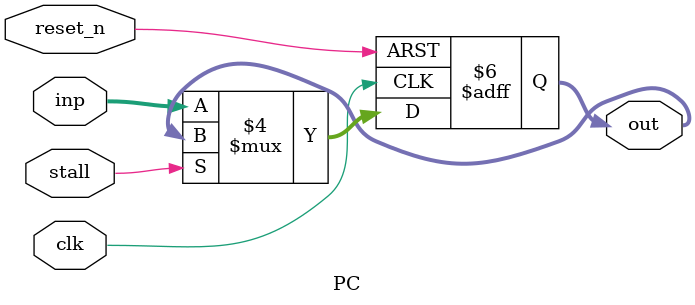
<source format=v>
module PC(
    input  stall,
    input  clk,
    input  reset_n,
    input  [31:0] inp,
    output reg [31:0] out
    );       
always @(posedge clk, negedge reset_n)
begin 
 if (!reset_n)
     out <= 32'd0;
else if(stall)
     out <= out;
     else
     out <= inp;
end
endmodule

</source>
